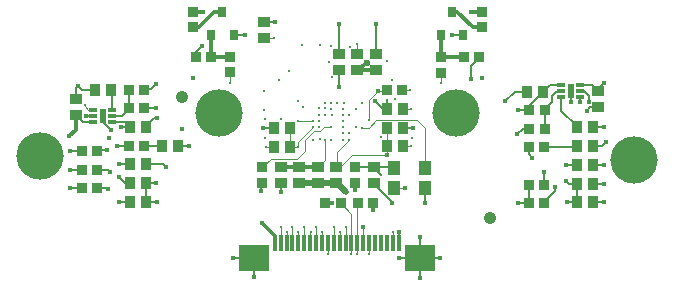
<source format=gtl>
G04*
G04 #@! TF.GenerationSoftware,Altium Limited,Altium Designer,19.0.11 (319)*
G04*
G04 Layer_Physical_Order=1*
G04 Layer_Color=255*
%FSLAX25Y25*%
%MOIN*%
G70*
G01*
G75*
%ADD11C,0.00394*%
%ADD12C,0.00787*%
%ADD16R,0.03543X0.03937*%
%ADD17R,0.03937X0.03543*%
%ADD18R,0.03347X0.03740*%
%ADD19R,0.03740X0.03347*%
%ADD20R,0.02165X0.05158*%
%ADD21R,0.02756X0.01181*%
%ADD22R,0.03937X0.04724*%
%ADD23R,0.03150X0.03543*%
%ADD24R,0.01181X0.05512*%
%ADD25R,0.10433X0.09055*%
%ADD38C,0.03937*%
%ADD39C,0.01968*%
%ADD40C,0.01181*%
%ADD41C,0.15748*%
%ADD42C,0.01772*%
%ADD43C,0.01181*%
%ADD44C,0.01968*%
%ADD45C,0.02362*%
D11*
X8858Y-41142D02*
Y-35925D01*
X98Y-10827D02*
X4252Y-6673D01*
X6890Y-41142D02*
Y-27854D01*
X7087Y-27657D01*
X4921Y-41142D02*
Y-31496D01*
X1280Y-27854D02*
X4921Y-31496D01*
X1280Y-27854D02*
Y-27657D01*
X6102Y-23622D02*
Y-20965D01*
X19094Y-22933D02*
X22638D01*
X-84055Y4528D02*
Y4724D01*
Y4528D02*
X-82776Y3248D01*
X-81102D01*
X-23623Y-9154D02*
X-20965D01*
X-98Y-21063D02*
X98D01*
X21949Y-8956D02*
X24608D01*
X21949Y3445D02*
X24608D01*
X21851Y9745D02*
X24509D01*
X21850Y9744D02*
X21851Y9745D01*
X6890Y21752D02*
Y25295D01*
X-24311Y27362D02*
X-20768D01*
X4921Y-44685D02*
Y-41142D01*
X6890Y-44685D02*
Y-41142D01*
X-14863Y-41043D02*
Y-35927D01*
X34646Y12106D02*
Y15650D01*
X-35728Y12205D02*
Y15748D01*
X18701Y-41142D02*
Y-37598D01*
X10827Y-44685D02*
Y-41142D01*
X-2953Y-44685D02*
Y-41142D01*
X29331Y-16240D02*
X29429Y-16339D01*
X-984Y-41142D02*
Y-35928D01*
X-4921Y-41142D02*
Y-37598D01*
X2953Y-41142D02*
Y-35928D01*
X-11024Y-40945D02*
Y-35827D01*
X-7955Y-494D02*
X-7949Y-488D01*
X-13026Y-494D02*
X-7955D01*
X-13032Y-500D02*
X-13026Y-494D01*
X-15650Y-9154D02*
X-12894D01*
Y-7524D01*
X-7838Y-2468D01*
X-8858Y-37598D02*
X-8661Y-37402D01*
X-16732Y-41142D02*
Y-37402D01*
X-18701Y-41142D02*
Y-35925D01*
X-12795Y-41142D02*
Y-37402D01*
X984Y-41142D02*
Y-37598D01*
X-8858Y-41142D02*
Y-37598D01*
X-14863Y-41043D02*
X-14764Y-41142D01*
X-11024Y-40945D02*
X-10827Y-41142D01*
X-6890D02*
Y-35928D01*
X-3854Y-13500D02*
Y-6630D01*
X-6102Y-15748D02*
X-3854Y-13500D01*
X-8858Y-41142D02*
X-8858Y-41142D01*
X-12795Y-41142D02*
X-12795Y-41142D01*
X8366Y-2756D02*
X10610D01*
X98Y-15551D02*
Y-10827D01*
X-22047Y-12992D02*
X-13091D01*
X-10630Y-10531D01*
Y-6791D01*
X-7677Y-3839D01*
X-5500D01*
X-4197Y-2535D01*
X-1807D01*
X-15650Y-9154D02*
Y-2953D01*
X-18701Y-41142D02*
X-18701Y-41142D01*
X-24902Y-15846D02*
X-22047Y-12992D01*
X5217Y-11811D02*
X16634D01*
X1476Y-15551D02*
X5217Y-11811D01*
X98Y-15551D02*
X1476D01*
X-98Y-15748D02*
X98Y-15551D01*
X10610Y-2756D02*
X13126Y-241D01*
X26717D01*
X29331Y-16240D02*
Y-2854D01*
X26717Y-241D02*
X29331Y-2854D01*
X-6299Y-15748D02*
X-6102D01*
X10630Y0D02*
Y6398D01*
X13780Y9547D01*
X18012Y-24016D02*
X19094Y-22933D01*
X16535Y9547D02*
X16732Y9744D01*
X13780Y9547D02*
X16535D01*
X6102Y-20965D02*
X6299D01*
X16634Y-11811D02*
Y-8957D01*
Y-2756D01*
D12*
X12303Y-21524D02*
X18307Y-27528D01*
X12303Y-21524D02*
Y-21063D01*
X18307Y-27800D02*
Y-27528D01*
X-34547Y-46063D02*
X-27657D01*
X27657D02*
X34547D01*
X27657Y-52953D02*
Y-46063D01*
X20768D02*
X27657D01*
X44882Y13681D02*
Y17913D01*
X47539Y20571D01*
Y20768D01*
X38287Y28051D02*
X42126D01*
X-24311Y32677D02*
X-20472D01*
X-34350Y28051D02*
X-30512D01*
X-46949Y22539D02*
X-44980Y24508D01*
X-46949Y20866D02*
Y22539D01*
X-87008Y10630D02*
X-86319Y11319D01*
X-87008Y6890D02*
Y10630D01*
X-86319Y11319D02*
X-84941Y9941D01*
X-80709D01*
X-77953Y-787D02*
X-75394Y-3347D01*
X-77953Y-787D02*
Y1280D01*
X-83465D02*
X-81102D01*
X-63583Y-2264D02*
X-60925Y394D01*
X-59842D01*
X-63583Y-2461D02*
Y-2264D01*
X-64173Y3740D02*
X-60335D01*
X-73130Y-8760D02*
X-69291D01*
X-70669Y-20965D02*
X-68898D01*
X-72638Y-18996D02*
X-70669Y-20965D01*
X-68898Y-21161D02*
Y-20965D01*
X-72736Y-14961D02*
X-68898D01*
X-72736Y-27362D02*
X-68898D01*
X-27657Y-52461D02*
Y-46063D01*
X27657Y-39173D02*
X27657Y-39173D01*
Y-46063D02*
Y-39173D01*
X20669Y-41142D02*
Y-37303D01*
X29331Y-27953D02*
Y-22933D01*
X56102Y6102D02*
X59350Y9350D01*
X63583D01*
X60138Y-4921D02*
Y-4921D01*
X62008Y-3051D01*
X64173D01*
X64075Y-11614D02*
Y-9252D01*
Y-11614D02*
X65256Y-12795D01*
X85335Y-27559D02*
X89173D01*
X85335Y-21358D02*
X89173D01*
X85335Y-15157D02*
X89173D01*
X85335Y-2461D02*
X89173D01*
X84547Y4134D02*
X87008D01*
X83366Y2953D02*
X84547Y4134D01*
X-76279Y-16634D02*
X-75492Y-17421D01*
X-79823Y-16634D02*
X-76279D01*
X-79823Y-22835D02*
X-76782D01*
X-76349Y-23268D01*
X-76083D01*
X-25297Y-23722D02*
Y-21360D01*
X-24902Y-20965D01*
X-3837Y-27659D02*
X-1673D01*
X-3839Y-27657D02*
X-3837Y-27659D01*
X12205Y-15846D02*
X14665Y-18307D01*
X12205Y-15846D02*
X12303Y-15748D01*
X12205Y-15846D02*
X12205Y-15846D01*
X16634Y3445D02*
Y6397D01*
X15551Y3445D02*
X16634D01*
X12697Y6299D02*
X15551Y3445D01*
X689Y10728D02*
Y16437D01*
X12205Y-30217D02*
Y-27657D01*
X-18701Y-24213D02*
Y-21063D01*
X18602Y-15748D02*
X19094Y-16240D01*
X12303Y-15748D02*
X18602D01*
X6102Y-15846D02*
X12205D01*
X13189Y21752D02*
Y31890D01*
X689Y21752D02*
Y31890D01*
X-24705Y-2953D02*
X-20965D01*
X21949Y-2756D02*
X25492D01*
X60532Y3150D02*
X64173D01*
Y4626D02*
X67520Y7972D01*
X64173Y3150D02*
Y4626D01*
X67520Y7972D02*
Y7972D01*
X68898Y9350D01*
X60335Y-27756D02*
X63976D01*
Y-21654D01*
X77362Y-21358D02*
X80020D01*
X76378Y-20374D02*
X77362Y-21358D01*
X88524Y-8957D02*
X89882Y-7598D01*
X85335Y-8957D02*
X88524D01*
X69291Y-3051D02*
Y3150D01*
X73524Y9547D02*
X74902D01*
X71752Y7776D02*
X73524Y9547D01*
X71752Y5807D02*
Y7776D01*
X69291Y3347D02*
X71752Y5807D01*
X69291Y3150D02*
Y3347D01*
X70473Y10925D02*
X71063Y11516D01*
X70276Y10925D02*
X70473D01*
X68898Y9547D02*
X70276Y10925D01*
X68898Y9350D02*
Y9547D01*
X71063Y11516D02*
X74902D01*
X78051Y5906D02*
Y9547D01*
X84153Y6004D02*
Y7874D01*
X82480Y9547D02*
X84153Y7874D01*
X81201Y9547D02*
X82480D01*
X81201Y5709D02*
Y7579D01*
X84941Y11516D02*
X87008Y9449D01*
X81201Y11516D02*
X84941D01*
X87712Y10153D02*
Y10842D01*
X87008Y9449D02*
X87712Y10153D01*
Y10842D02*
X89173Y12303D01*
X74902Y2854D02*
X80020Y-2264D01*
Y-2461D02*
Y-2264D01*
X74902Y2854D02*
Y7579D01*
X-88976Y-22835D02*
X-84941D01*
X-88976Y-10433D02*
X-84941D01*
X-88976Y-16634D02*
X-84941D01*
X-79823Y-10433D02*
X-79626Y-10236D01*
X-76673D01*
X-61910Y10138D02*
X-60236Y11811D01*
X-64173Y10138D02*
X-61910D01*
X-64173Y9941D02*
Y10138D01*
X-71752Y-2461D02*
X-68898D01*
X-70473Y-689D02*
X-68898Y-2264D01*
X-74803Y-689D02*
X-70473D01*
X-68898Y-2461D02*
Y-2264D01*
X-69291Y3740D02*
Y9941D01*
Y3543D02*
Y3740D01*
X-71555Y1280D02*
X-69291Y3543D01*
X-74803Y1280D02*
X-71555D01*
X-75394Y9941D02*
X-74803Y9350D01*
Y3248D02*
Y9350D01*
X-86811Y1575D02*
X-84547Y-689D01*
X-87008Y1575D02*
X-86811D01*
X-84547Y-689D02*
X-81102D01*
X-52756Y-8760D02*
X-49311D01*
X-64173D02*
X-58071D01*
X-57874Y-14961D02*
X-56890Y-15945D01*
X-63583Y-14961D02*
X-57874D01*
X-63484Y-21260D02*
X-60374D01*
X-63583Y-21161D02*
X-63484Y-21260D01*
X-63583Y-27362D02*
Y-21161D01*
Y-27362D02*
X-60039D01*
X72736Y-23917D02*
Y-22598D01*
X69095Y-27559D02*
X72736Y-23917D01*
X69095Y-27756D02*
Y-27559D01*
Y-21654D02*
Y-17598D01*
X79724Y-9252D02*
X80020Y-8957D01*
X69193Y-9252D02*
X79724D01*
X76575Y-15157D02*
X76575Y-15157D01*
X80020D01*
X76772Y-27559D02*
X76772Y-27559D01*
X80020D01*
Y-21358D01*
D16*
X-15650Y-2953D02*
D03*
X-20965D02*
D03*
Y-9154D02*
D03*
X-15650D02*
D03*
X21949Y-8957D02*
D03*
X16634D02*
D03*
Y-2756D02*
D03*
X21949D02*
D03*
Y3445D02*
D03*
X16634D02*
D03*
X63583Y9350D02*
D03*
X68898D02*
D03*
X85335Y-2461D02*
D03*
X80020D02*
D03*
Y-27559D02*
D03*
X85335D02*
D03*
Y-21358D02*
D03*
X80020D02*
D03*
Y-15157D02*
D03*
X85335D02*
D03*
X80020Y-8957D02*
D03*
X85335D02*
D03*
X-58071Y-8760D02*
D03*
X-52756D02*
D03*
X-68898Y-27362D02*
D03*
X-63583D02*
D03*
Y-21161D02*
D03*
X-68898D02*
D03*
X-63583Y-14961D02*
D03*
X-68898D02*
D03*
X-63583Y-2461D02*
D03*
X-68898D02*
D03*
X-80709Y9941D02*
D03*
X-75394D02*
D03*
D17*
X-12500Y-21063D02*
D03*
Y-15748D02*
D03*
X-18701D02*
D03*
Y-21063D02*
D03*
X689Y16437D02*
D03*
Y21752D02*
D03*
X6890D02*
D03*
Y16437D02*
D03*
X13189D02*
D03*
Y21752D02*
D03*
X87008Y4134D02*
D03*
Y9449D02*
D03*
X-98Y-15748D02*
D03*
Y-21063D02*
D03*
X-6299Y-15748D02*
D03*
Y-21063D02*
D03*
X-24311Y27362D02*
D03*
Y32677D02*
D03*
X12303Y-15748D02*
D03*
Y-21063D02*
D03*
X-87008Y6890D02*
D03*
Y1575D02*
D03*
D18*
X16732Y9744D02*
D03*
X21850D02*
D03*
X47539Y20768D02*
D03*
X42421D02*
D03*
X12205Y-27657D02*
D03*
X7087D02*
D03*
X-3839D02*
D03*
X1280D02*
D03*
X64173Y3150D02*
D03*
X69291D02*
D03*
X64173Y-3051D02*
D03*
X69291D02*
D03*
X69193Y-9252D02*
D03*
X64075D02*
D03*
X63976Y-21654D02*
D03*
X69095D02*
D03*
X63976Y-27756D02*
D03*
X69095D02*
D03*
X-64173Y-8760D02*
D03*
X-69291D02*
D03*
X-84941Y-10433D02*
D03*
X-79823D02*
D03*
X-84941Y-16634D02*
D03*
X-79823D02*
D03*
X-84941Y-22835D02*
D03*
X-79823D02*
D03*
X-46949Y20866D02*
D03*
X-41831D02*
D03*
X-64173Y3740D02*
D03*
X-69291D02*
D03*
X-64173Y9941D02*
D03*
X-69291D02*
D03*
D19*
X34646Y20768D02*
D03*
Y15650D02*
D03*
X6102Y-20965D02*
D03*
Y-15846D02*
D03*
X-24902Y-15846D02*
D03*
Y-20965D02*
D03*
X48327Y35925D02*
D03*
Y30807D02*
D03*
X-35728Y20866D02*
D03*
Y15748D02*
D03*
X-47933Y35925D02*
D03*
Y30807D02*
D03*
D20*
X78051Y9547D02*
D03*
X-77953Y1280D02*
D03*
D21*
X74902Y7579D02*
D03*
Y9547D02*
D03*
Y11516D02*
D03*
X81201D02*
D03*
Y9547D02*
D03*
Y7579D02*
D03*
X-81102Y3248D02*
D03*
Y1280D02*
D03*
Y-689D02*
D03*
X-74803D02*
D03*
Y1280D02*
D03*
Y3248D02*
D03*
D22*
X29331Y-16240D02*
D03*
Y-22933D02*
D03*
X19094Y-16240D02*
D03*
Y-22933D02*
D03*
D23*
X38386Y35925D02*
D03*
X42126Y28051D02*
D03*
X34646D02*
D03*
X-38091Y35925D02*
D03*
X-34350Y28051D02*
D03*
X-41831D02*
D03*
D24*
X20669Y-41142D02*
D03*
X18701D02*
D03*
X-20669D02*
D03*
X-18701D02*
D03*
X-16732D02*
D03*
X-14764D02*
D03*
X-12795D02*
D03*
X-10827D02*
D03*
X-8858D02*
D03*
X-6890D02*
D03*
X-4921D02*
D03*
X-2953D02*
D03*
X-984D02*
D03*
X984D02*
D03*
X2953D02*
D03*
X4921D02*
D03*
X6890D02*
D03*
X8858D02*
D03*
X10827D02*
D03*
X12795D02*
D03*
X14764D02*
D03*
X16732D02*
D03*
D25*
X-27657Y-46063D02*
D03*
X27657D02*
D03*
D38*
X-51476Y7579D02*
G03*
X-51476Y7579I-0J0D01*
G01*
X50985Y-32874D02*
G03*
X50985Y-32874I-0J0D01*
G01*
D39*
X-6299Y-21063D02*
X-98D01*
X-12500D02*
X-6299D01*
X98D02*
X3051Y-24016D01*
D40*
X-24803Y-34547D02*
X-20669Y-38681D01*
Y-41142D02*
Y-38681D01*
X-87008Y-3543D02*
Y1575D01*
X-89075Y-5610D02*
X-87008Y-3543D01*
X-12500Y-15748D02*
X-6299D01*
X-18701D02*
X-12500D01*
X7087Y16437D02*
X13189D01*
X9814Y18673D02*
X10040Y18899D01*
X9322Y18673D02*
X9814D01*
X7087Y16437D02*
X9322Y18673D01*
X6890Y16437D02*
X7087D01*
X-40748Y35925D02*
X-38091D01*
X-45866Y30807D02*
X-40748Y35925D01*
X-47933Y30807D02*
X-45866D01*
X-47835Y35827D02*
X-44587D01*
X-47933Y35925D02*
X-47835Y35827D01*
X-41831Y28051D02*
X-41831Y28051D01*
Y20866D02*
Y28051D01*
Y20866D02*
X-35728D01*
X45374Y30807D02*
X48327D01*
X40256Y35925D02*
X45374Y30807D01*
X38386Y35925D02*
X40256D01*
X44783D02*
X48327D01*
X48327Y35925D01*
X34646Y20768D02*
X42421D01*
X34646D02*
Y28051D01*
D41*
X39664Y2362D02*
D03*
X-39076D02*
D03*
X-99016Y-12106D02*
D03*
X99016Y-13484D02*
D03*
D42*
X8858Y-35925D02*
D03*
X18307Y-27800D02*
D03*
X6102Y-23622D02*
D03*
X22638Y-22933D02*
D03*
X-34547Y-46063D02*
D03*
X34547Y-46063D02*
D03*
X27657Y-52953D02*
D03*
X20768Y-46063D02*
D03*
X44882Y13681D02*
D03*
X38287Y28051D02*
D03*
X-20472Y32677D02*
D03*
X-30512Y28051D02*
D03*
X-44980Y24508D02*
D03*
X-75886Y-6004D02*
D03*
X-86319Y11319D02*
D03*
X-75394Y-3347D02*
D03*
X-83465Y1280D02*
D03*
X-59842Y394D02*
D03*
X-60335Y3740D02*
D03*
X-73130Y-8760D02*
D03*
X-72638Y-18996D02*
D03*
X-72736Y-14961D02*
D03*
Y-27362D02*
D03*
X-27657Y-52461D02*
D03*
X27657Y-39173D02*
D03*
X20669Y-37303D02*
D03*
X29331Y-27953D02*
D03*
X56102Y6102D02*
D03*
X60138Y-4921D02*
D03*
X65256Y-12795D02*
D03*
X89173Y-27559D02*
D03*
Y-21358D02*
D03*
Y-15157D02*
D03*
Y-2461D02*
D03*
X83366Y2953D02*
D03*
X-75492Y-17421D02*
D03*
X-76083Y-23268D02*
D03*
X-25297Y-23722D02*
D03*
X-1673Y-27659D02*
D03*
X-24803Y-34547D02*
D03*
X-89075Y-5610D02*
D03*
X12697Y6299D02*
D03*
X689Y10728D02*
D03*
X12205Y-30217D02*
D03*
X-18701Y-24213D02*
D03*
X13780Y9547D02*
D03*
X16634Y-11811D02*
D03*
X13189Y31890D02*
D03*
X689D02*
D03*
X-24705Y-2953D02*
D03*
X25492Y-2756D02*
D03*
X60532Y3150D02*
D03*
X60335Y-27756D02*
D03*
X78051Y5906D02*
D03*
X84153Y6004D02*
D03*
X81201Y5709D02*
D03*
X89173Y12303D02*
D03*
X-88976Y-22835D02*
D03*
X-88976Y-10433D02*
D03*
X-88976Y-16634D02*
D03*
X-76673Y-10236D02*
D03*
X-60236Y11811D02*
D03*
X-71752Y-2461D02*
D03*
X-47933Y13878D02*
D03*
X-44587Y35827D02*
D03*
X48327Y13780D02*
D03*
X44783Y35925D02*
D03*
X-51575Y-3268D02*
D03*
X-49311Y-8760D02*
D03*
X-56890Y-15945D02*
D03*
X-60374Y-21260D02*
D03*
X-60039Y-27362D02*
D03*
X72736Y-22598D02*
D03*
X69095Y-17598D02*
D03*
X89882Y-7598D02*
D03*
X76575Y-15157D02*
D03*
X76772Y-27559D02*
D03*
X76378Y-20374D02*
D03*
D43*
X4252Y-6673D02*
D03*
X2205Y-4626D02*
D03*
X-84055Y4724D02*
D03*
X-23917Y-6201D02*
D03*
X-23819Y197D02*
D03*
X-24114Y3347D02*
D03*
Y9547D02*
D03*
X-11712Y24902D02*
D03*
X-5512Y24803D02*
D03*
X-2067Y24508D02*
D03*
X4528Y24114D02*
D03*
X16831Y19685D02*
D03*
X-23623Y-9154D02*
D03*
X25000Y-6004D02*
D03*
X24608Y-8956D02*
D03*
Y3445D02*
D03*
X24509Y9745D02*
D03*
X6890Y25295D02*
D03*
X-20768Y27362D02*
D03*
X-14863Y-35927D02*
D03*
X4921Y-44685D02*
D03*
X6890D02*
D03*
X34646Y12106D02*
D03*
X-35728Y12205D02*
D03*
X18701Y-37598D02*
D03*
X10827Y-44685D02*
D03*
X-2953D02*
D03*
X-984Y-35928D02*
D03*
X-4921Y-37598D02*
D03*
X-11024Y-35827D02*
D03*
X-7949Y-6630D02*
D03*
X-13032Y-500D02*
D03*
X-12894Y-9154D02*
D03*
X-8661Y-37402D02*
D03*
X-16732D02*
D03*
X-18701Y-35925D02*
D03*
X-12795Y-37402D02*
D03*
X2953Y-35928D02*
D03*
X984Y-37598D02*
D03*
X-6890Y-35928D02*
D03*
X-5610Y-6595D02*
D03*
X-3854Y-6630D02*
D03*
X-5902Y-488D02*
D03*
X2205Y3559D02*
D03*
X-3754Y3751D02*
D03*
X6342Y3480D02*
D03*
X8390Y5528D02*
D03*
X4252Y1516D02*
D03*
X2205D02*
D03*
Y-2579D02*
D03*
X4252Y-4626D02*
D03*
X2205Y-6673D02*
D03*
X-1807Y-6630D02*
D03*
X-5902Y-2535D02*
D03*
X-5801Y3751D02*
D03*
X-3839Y1476D02*
D03*
X-5906D02*
D03*
X-1807Y3606D02*
D03*
X-7949Y-488D02*
D03*
X-7838Y-2468D02*
D03*
X-3937Y5610D02*
D03*
X-11122Y4134D02*
D03*
X8366Y-2756D02*
D03*
X2287Y5654D02*
D03*
X240D02*
D03*
X2213Y-532D02*
D03*
X-1807Y-2535D02*
D03*
X-1732Y1559D02*
D03*
X-1807Y5654D02*
D03*
X6330Y-2598D02*
D03*
X-18701Y197D02*
D03*
X-19094Y13091D02*
D03*
X-2461Y19193D02*
D03*
X19291Y6791D02*
D03*
X-1673Y14272D02*
D03*
X14666Y-5709D02*
D03*
X14665Y-18307D02*
D03*
X-12992Y6299D02*
D03*
X-16043Y16339D02*
D03*
X18406Y13189D02*
D03*
X16634Y6397D02*
D03*
X10630Y0D02*
D03*
D44*
X3051Y-24016D02*
D03*
D45*
X10040Y18899D02*
D03*
M02*

</source>
